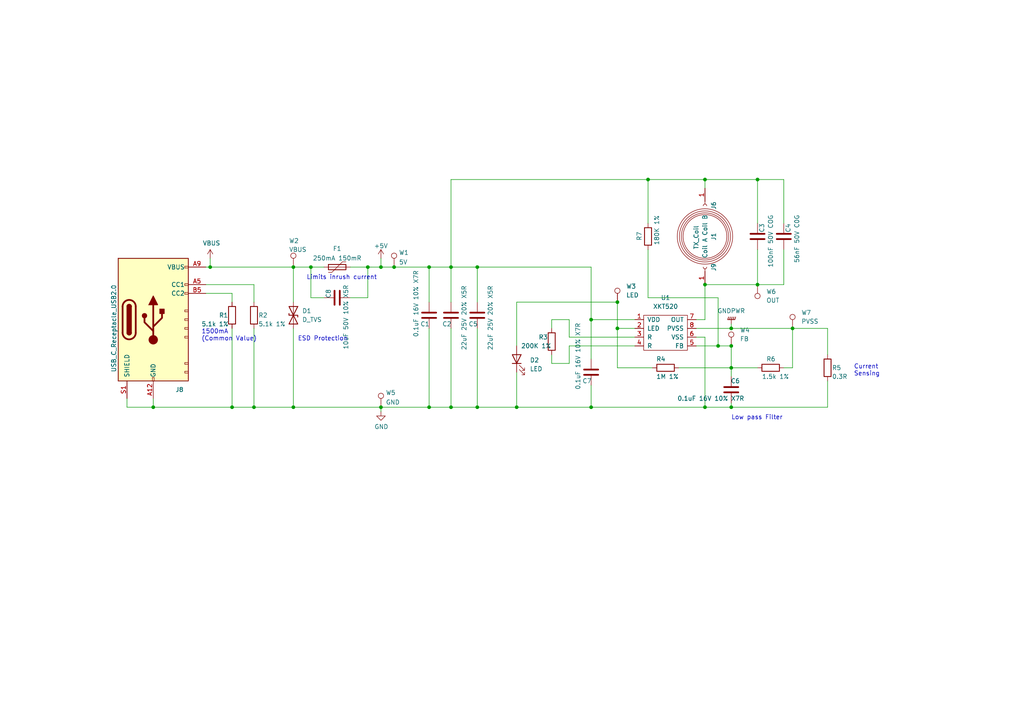
<source format=kicad_sch>
(kicad_sch (version 20211123) (generator eeschema)
  (paper "A4")
  (lib_symbols
    (symbol "Connector:Conn_01x01_Female" (pin_names (offset 1.016) hide)
      (property "Reference" "J" (at 0 2.54 0))
      (property "Value" "Conn_01x01_Female" (at 0 -2.54 0))
      (symbol "Conn_01x01_Female_1_1"
        (polyline (pts (xy -1.27 0) (xy -0.508 0)) (stroke (width 0.1524)))
        (arc (start 0 0.508) (mid -0.508 0) (end 0 -0.508) (stroke (width 0.1524)))
        (pin passive line (at -5.08 0 0) (length 3.81) (name "Pin_1") (number "1"))
      )
    )
    (symbol "Device:C" (pin_numbers hide) (pin_names (offset 0.254))
      (property "Reference" "C" (at 0.635 2.54 0))
      (property "Value" "C" (at 0.635 -2.54 0))
      (symbol "C_0_1"
        (polyline (pts (xy -2.032 -0.762) (xy 2.032 -0.762)) (stroke (width 0.508)))
        (polyline (pts (xy -2.032 0.762) (xy 2.032 0.762)) (stroke (width 0.508)))
      )
      (symbol "C_1_1"
        (pin passive line (at 0 3.81 270) (length 2.794) (name "~") (number "1"))
        (pin passive line (at 0 -3.81 90) (length 2.794) (name "~") (number "2"))
      )
    )
    (symbol "Device:D_TVS" (pin_numbers hide) (pin_names (offset 1.016) hide)
      (property "Reference" "D" (at 0 2.54 0))
      (property "Value" "D_TVS" (at 0 -2.54 0))
      (symbol "D_TVS_0_1"
        (polyline (pts (xy 1.27 0) (xy -1.27 0)))
        (polyline (pts (xy 0.508 1.27) (xy 0 1.27) (xy 0 -1.27) (xy -0.508 -1.27)) (stroke (width 0.254)))
        (polyline (pts (xy -2.54 1.27) (xy -2.54 -1.27) (xy 2.54 1.27) (xy 2.54 -1.27) (xy -2.54 1.27)) (stroke (width 0.254)))
      )
      (symbol "D_TVS_1_1"
        (pin passive line (at -3.81 0 0) (length 2.54) (name "A1") (number "1"))
        (pin passive line (at 3.81 0 180) (length 2.54) (name "A2") (number "2"))
      )
    )
    (symbol "Device:LED" (pin_numbers hide) (pin_names (offset 1.016) hide)
      (property "Reference" "D" (at 0 2.54 0))
      (property "Value" "LED" (at 0 -2.54 0))
      (symbol "LED_0_1"
        (polyline (pts (xy -1.27 -1.27) (xy -1.27 1.27)) (stroke (width 0.254)))
        (polyline (pts (xy -1.27 0) (xy 1.27 0)))
        (polyline (pts (xy 1.27 -1.27) (xy 1.27 1.27) (xy -1.27 0) (xy 1.27 -1.27)) (stroke (width 0.254)))
        (polyline (pts (xy -3.048 -0.762) (xy -4.572 -2.286) (xy -3.81 -2.286) (xy -4.572 -2.286) (xy -4.572 -1.524)))
        (polyline (pts (xy -1.778 -0.762) (xy -3.302 -2.286) (xy -2.54 -2.286) (xy -3.302 -2.286) (xy -3.302 -1.524)))
      )
      (symbol "LED_1_1"
        (pin passive line (at -3.81 0 0) (length 2.54) (name "K") (number "1"))
        (pin passive line (at 3.81 0 180) (length 2.54) (name "A") (number "2"))
      )
    )
    (symbol "Device:Polyfuse" (pin_numbers hide) (pin_names (offset 0))
      (property "Reference" "F" (at -2.54 0 90))
      (property "Value" "Polyfuse" (at 2.54 0 90))
      (symbol "Polyfuse_0_1"
        (rectangle (start -0.762 2.54) (end 0.762 -2.54) (stroke (width 0.254)))
        (polyline (pts (xy 0 2.54) (xy 0 -2.54)))
        (polyline (pts (xy -1.524 2.54) (xy -1.524 1.524) (xy 1.524 -1.524) (xy 1.524 -2.54)))
      )
      (symbol "Polyfuse_1_1"
        (pin passive line (at 0 3.81 270) (length 1.27) (name "~") (number "1"))
        (pin passive line (at 0 -3.81 90) (length 1.27) (name "~") (number "2"))
      )
    )
    (symbol "Device:R" (pin_numbers hide) (pin_names (offset 0))
      (property "Reference" "R" (at 2.032 0 90))
      (property "Value" "R" (at 0 0 90))
      (symbol "R_0_1"
        (rectangle (start -1.016 -2.54) (end 1.016 2.54) (stroke (width 0.254)))
      )
      (symbol "R_1_1"
        (pin passive line (at 0 3.81 270) (length 1.27) (name "~") (number "1"))
        (pin passive line (at 0 -3.81 90) (length 1.27) (name "~") (number "2"))
      )
    )
    (symbol "Pixels-dice:TEST_1P-conn" (pin_numbers hide) (pin_names (offset 0.762) hide)
      (property "Reference" "W" (at 0 6.858 0))
      (property "Value" "TEST_1P-conn" (at 0 5.08 0))
      (symbol "TEST_1P-conn_0_1"
        (circle (center 0 3.302) (radius 0.762))
      )
      (symbol "TEST_1P-conn_1_1"
        (pin passive line (at 0 0 90) (length 2.54) (name "1") (number "1"))
      )
    )
    (symbol "Pixels-dice:TX_Coil"
      (property "Reference" "J" (at 0 10.16 0))
      (property "Value" "TX_Coil" (at 0 -10.16 0))
      (symbol "TX_Coil_0_1"
        (circle (center 0 0) (radius 6.35))
        (circle (center 0 0) (radius 6.8392))
        (circle (center 0 0) (radius 7.4053))
        (circle (center 0 0) (radius 8.0322))
      )
    )
    (symbol "Pixels-dice:USB_C_Receptacle_USB2.0" (pin_names (offset 1.016))
      (property "Reference" "J" (at -10.16 19.05 0))
      (property "Value" "USB_C_Receptacle_USB2.0" (at 19.05 19.05 0))
      (symbol "USB_C_Receptacle_USB2.0_0_0"
        (rectangle (start -0.254 -17.78) (end 0.254 -16.764))
        (rectangle (start 10.16 -14.986) (end 9.144 -15.494))
        (rectangle (start 10.16 -12.446) (end 9.144 -12.954))
        (rectangle (start 10.16 -4.826) (end 9.144 -5.334))
        (rectangle (start 10.16 -2.286) (end 9.144 -2.794))
        (rectangle (start 10.16 0.254) (end 9.144 -0.254))
        (rectangle (start 10.16 2.794) (end 9.144 2.286))
        (rectangle (start 10.16 7.874) (end 9.144 7.366))
        (rectangle (start 10.16 10.414) (end 9.144 9.906))
        (rectangle (start 10.16 15.494) (end 9.144 14.986))
      )
      (symbol "USB_C_Receptacle_USB2.0_0_1"
        (rectangle (start -10.16 17.78) (end 10.16 -17.78) (stroke (width 0.254)) (fill (type background)))
        (arc (start -8.89 -3.81) (mid -6.985 -5.715) (end -5.08 -3.81) (stroke (width 0.508)))
        (arc (start -7.62 -3.81) (mid -6.985 -4.445) (end -6.35 -3.81) (stroke (width 0.254)))
        (arc (start -7.62 -3.81) (mid -6.985 -4.445) (end -6.35 -3.81) (stroke (width 0.254)) (fill (type outline)))
        (rectangle (start -7.62 -3.81) (end -6.35 3.81) (stroke (width 0.254)) (fill (type outline)))
        (arc (start -6.35 3.81) (mid -6.985 4.445) (end -7.62 3.81) (stroke (width 0.254)))
        (arc (start -6.35 3.81) (mid -6.985 4.445) (end -7.62 3.81) (stroke (width 0.254)) (fill (type outline)))
        (arc (start -5.08 3.81) (mid -6.985 5.715) (end -8.89 3.81) (stroke (width 0.508)))
        (circle (center -2.54 1.143) (radius 0.635) (stroke (width 0.254)) (fill (type outline)))
        (circle (center 0 -5.842) (radius 1.27) (fill (type outline)))
        (polyline (pts (xy -8.89 -3.81) (xy -8.89 3.81)) (stroke (width 0.508)))
        (polyline (pts (xy -5.08 3.81) (xy -5.08 -3.81)) (stroke (width 0.508)))
        (polyline (pts (xy 0 -5.842) (xy 0 4.318)) (stroke (width 0.508)))
        (polyline (pts (xy 0 -3.302) (xy -2.54 -0.762) (xy -2.54 0.508)) (stroke (width 0.508)))
        (polyline (pts (xy 0 -2.032) (xy 2.54 0.508) (xy 2.54 1.778)) (stroke (width 0.508)))
        (polyline (pts (xy -1.27 4.318) (xy 0 6.858) (xy 1.27 4.318) (xy -1.27 4.318)) (stroke (width 0.254)) (fill (type outline)))
        (rectangle (start 1.905 1.778) (end 3.175 3.048) (stroke (width 0.254)) (fill (type outline)))
      )
      (symbol "USB_C_Receptacle_USB2.0_1_1"
        (pin passive line (at 0 -22.86 90) (length 5.08) (name "GND") (number "A12"))
        (pin bidirectional line (at 15.24 10.16 180) (length 5.08) (name "CC1") (number "A5"))
        (pin passive line (at 15.24 15.24 180) (length 5.08) (name "VBUS") (number "A9"))
        (pin passive line (at 0 -22.86 90) (length 5.08) hide (name "GND") (number "B12"))
        (pin bidirectional line (at 15.24 7.62 180) (length 5.08) (name "CC2") (number "B5"))
        (pin passive line (at 15.24 15.24 180) (length 5.08) hide (name "VBUS") (number "B9"))
        (pin passive line (at -7.62 -22.86 90) (length 5.08) (name "SHIELD") (number "S1"))
      )
    )
    (symbol "Pixels-dice:XKT520" (pin_names (offset 1.016))
      (property "Reference" "U" (at 0 6.35 0))
      (property "Value" "XKT520" (at 0 -6.35 0))
      (symbol "XKT520_0_1"
        (rectangle (start -6.35 5.08) (end 6.35 -5.08))
      )
      (symbol "XKT520_1_1"
        (pin power_in line (at -8.89 3.81 0) (length 2.54) (name "VDD") (number "1"))
        (pin output line (at -8.89 1.27 0) (length 2.54) (name "LED") (number "2"))
        (pin passive line (at -8.89 -1.27 0) (length 2.54) (name "R") (number "3"))
        (pin passive line (at -8.89 -3.81 0) (length 2.54) (name "R") (number "4"))
        (pin input line (at 8.89 -3.81 180) (length 2.54) (name "FB") (number "5"))
        (pin power_in line (at 8.89 -1.27 180) (length 2.54) (name "VSS") (number "6"))
        (pin output line (at 8.89 3.81 180) (length 2.54) (name "OUT") (number "7"))
        (pin output line (at 8.89 1.27 180) (length 2.54) (name "PVSS") (number "8"))
      )
    )
    (symbol "power:+5V" (power) (pin_names (offset 0))
      (property "Value" "+5V" (at 0 3.556 0))
      (symbol "+5V_0_1"
        (polyline (pts (xy -0.762 1.27) (xy 0 2.54)))
        (polyline (pts (xy 0 0) (xy 0 2.54)))
        (polyline (pts (xy 0 2.54) (xy 0.762 1.27)))
      )
      (symbol "+5V_1_1"
        (pin power_in line (at 0 0 90) (length 0) hide (name "+5V") (number "1"))
      )
    )
    (symbol "power:GND" (power) (pin_names (offset 0))
      (property "Value" "GND" (at 0 -3.81 0))
      (symbol "GND_0_1"
        (polyline (pts (xy 0 0) (xy 0 -1.27) (xy 1.27 -1.27) (xy 0 -2.54) (xy -1.27 -1.27) (xy 0 -1.27)))
      )
      (symbol "GND_1_1"
        (pin power_in line (at 0 0 270) (length 0) hide (name "GND") (number "1"))
      )
    )
    (symbol "power:GNDPWR" (power) (pin_names (offset 0))
      (property "Value" "GNDPWR" (at 0 -3.302 0))
      (symbol "GNDPWR_0_1"
        (polyline (pts (xy 0 -1.27) (xy 0 0)))
        (polyline (pts (xy -1.016 -1.27) (xy -1.27 -2.032) (xy -1.27 -2.032)) (stroke (width 0.2032)))
        (polyline (pts (xy -0.508 -1.27) (xy -0.762 -2.032) (xy -0.762 -2.032)) (stroke (width 0.2032)))
        (polyline (pts (xy 0 -1.27) (xy -0.254 -2.032) (xy -0.254 -2.032)) (stroke (width 0.2032)))
        (polyline (pts (xy 0.508 -1.27) (xy 0.254 -2.032) (xy 0.254 -2.032)) (stroke (width 0.2032)))
        (polyline (pts (xy 1.016 -1.27) (xy -1.016 -1.27) (xy -1.016 -1.27)) (stroke (width 0.2032)))
        (polyline (pts (xy 1.016 -1.27) (xy 0.762 -2.032) (xy 0.762 -2.032) (xy 0.762 -2.032)) (stroke (width 0.2032)))
      )
      (symbol "GNDPWR_1_1"
        (pin power_in line (at 0 0 270) (length 0) hide (name "GNDPWR") (number "1"))
      )
    )
    (symbol "power:VBUS" (power) (pin_names (offset 0))
      (property "Value" "VBUS" (at 0 3.81 0))
      (symbol "VBUS_0_1"
        (polyline (pts (xy -0.762 1.27) (xy 0 2.54)))
        (polyline (pts (xy 0 0) (xy 0 2.54)))
        (polyline (pts (xy 0 2.54) (xy 0.762 1.27)))
      )
      (symbol "VBUS_1_1"
        (pin power_in line (at 0 0 90) (length 0) hide (name "VBUS") (number "1"))
      )
    )
  )
  (junction (at 171.45 92.71))
  (junction (at 106.68 77.47))
  (junction (at 204.47 52.07))
  (junction (at 110.49 77.47))
  (junction (at 171.45 118.11))
  (junction (at 130.81 77.47))
  (junction (at 212.09 100.33))
  (junction (at 138.43 77.47))
  (junction (at 219.71 82.55))
  (junction (at 130.81 118.11))
  (junction (at 110.49 118.11))
  (junction (at 124.46 118.11))
  (junction (at 44.45 118.11))
  (junction (at 73.66 118.11))
  (junction (at 67.31 118.11))
  (junction (at 212.09 106.68))
  (junction (at 149.86 118.11))
  (junction (at 85.09 118.11))
  (junction (at 208.28 100.33))
  (junction (at 90.17 77.47))
  (junction (at 60.96 77.47))
  (junction (at 219.71 52.07))
  (junction (at 114.3 77.47))
  (junction (at 187.96 52.07))
  (junction (at 138.43 118.11))
  (junction (at 179.07 87.63))
  (junction (at 212.09 118.11))
  (junction (at 204.47 82.55))
  (junction (at 124.46 77.47))
  (junction (at 229.87 95.25))
  (junction (at 179.07 95.25))
  (junction (at 212.09 95.25))
  (junction (at 204.47 118.11))
  (junction (at 85.09 77.47))
  (wire (pts (xy 165.1 92.71) (xy 160.02 92.71)))
  (wire (pts (xy 227.33 106.68) (xy 229.87 106.68)))
  (wire (pts (xy 212.09 93.98) (xy 212.09 95.25)))
  (wire (pts (xy 165.1 105.41) (xy 160.02 105.41)))
  (wire (pts (xy 204.47 54.61) (xy 204.47 52.07)))
  (wire (pts (xy 219.71 82.55) (xy 204.47 82.55)))
  (wire (pts (xy 212.09 106.68) (xy 212.09 109.22)))
  (wire (pts (xy 187.96 86.36) (xy 208.28 86.36)))
  (wire (pts (xy 179.07 106.68) (xy 189.23 106.68)))
  (wire (pts (xy 204.47 92.71) (xy 201.93 92.71)))
  (wire (pts (xy 212.09 95.25) (xy 229.87 95.25)))
  (wire (pts (xy 212.09 106.68) (xy 219.71 106.68)))
  (wire (pts (xy 165.1 92.71) (xy 165.1 97.79)))
  (wire (pts (xy 212.09 100.33) (xy 208.28 100.33)))
  (wire (pts (xy 196.85 106.68) (xy 212.09 106.68)))
  (wire (pts (xy 179.07 95.25) (xy 179.07 87.63)))
  (wire (pts (xy 90.17 86.36) (xy 90.17 77.47)))
  (wire (pts (xy 208.28 86.36) (xy 208.28 100.33)))
  (wire (pts (xy 73.66 118.11) (xy 85.09 118.11)))
  (wire (pts (xy 67.31 118.11) (xy 73.66 118.11)))
  (wire (pts (xy 130.81 52.07) (xy 187.96 52.07)))
  (wire (pts (xy 149.86 118.11) (xy 171.45 118.11)))
  (wire (pts (xy 130.81 77.47) (xy 138.43 77.47)))
  (wire (pts (xy 187.96 64.77) (xy 187.96 52.07)))
  (wire (pts (xy 138.43 77.47) (xy 171.45 77.47)))
  (wire (pts (xy 219.71 72.39) (xy 219.71 82.55)))
  (wire (pts (xy 219.71 52.07) (xy 204.47 52.07)))
  (wire (pts (xy 110.49 118.11) (xy 110.49 119.38)))
  (wire (pts (xy 110.49 118.11) (xy 124.46 118.11)))
  (wire (pts (xy 165.1 105.41) (xy 165.1 100.33)))
  (wire (pts (xy 219.71 52.07) (xy 219.71 64.77)))
  (wire (pts (xy 85.09 95.25) (xy 85.09 118.11)))
  (wire (pts (xy 60.96 74.93) (xy 60.96 77.47)))
  (wire (pts (xy 85.09 77.47) (xy 85.09 87.63)))
  (wire (pts (xy 130.81 77.47) (xy 130.81 87.63)))
  (wire (pts (xy 138.43 118.11) (xy 149.86 118.11)))
  (wire (pts (xy 229.87 95.25) (xy 240.03 95.25)))
  (wire (pts (xy 204.47 97.79) (xy 204.47 118.11)))
  (wire (pts (xy 101.6 86.36) (xy 106.68 86.36)))
  (wire (pts (xy 36.83 115.57) (xy 36.83 118.11)))
  (wire (pts (xy 130.81 52.07) (xy 130.81 77.47)))
  (wire (pts (xy 85.09 77.47) (xy 90.17 77.47)))
  (wire (pts (xy 106.68 86.36) (xy 106.68 77.47)))
  (wire (pts (xy 204.47 82.55) (xy 204.47 92.71)))
  (wire (pts (xy 240.03 118.11) (xy 212.09 118.11)))
  (wire (pts (xy 85.09 118.11) (xy 110.49 118.11)))
  (wire (pts (xy 171.45 92.71) (xy 171.45 104.14)))
  (wire (pts (xy 227.33 72.39) (xy 227.33 82.55)))
  (wire (pts (xy 73.66 95.25) (xy 73.66 118.11)))
  (wire (pts (xy 67.31 85.09) (xy 67.31 87.63)))
  (wire (pts (xy 227.33 82.55) (xy 219.71 82.55)))
  (wire (pts (xy 227.33 52.07) (xy 219.71 52.07)))
  (wire (pts (xy 44.45 118.11) (xy 67.31 118.11)))
  (wire (pts (xy 212.09 106.68) (xy 212.09 100.33)))
  (wire (pts (xy 179.07 95.25) (xy 184.15 95.25)))
  (wire (pts (xy 106.68 77.47) (xy 110.49 77.47)))
  (wire (pts (xy 124.46 95.25) (xy 124.46 118.11)))
  (wire (pts (xy 90.17 77.47) (xy 93.98 77.47)))
  (wire (pts (xy 138.43 95.25) (xy 138.43 118.11)))
  (wire (pts (xy 124.46 77.47) (xy 130.81 77.47)))
  (wire (pts (xy 171.45 77.47) (xy 171.45 92.71)))
  (wire (pts (xy 187.96 52.07) (xy 204.47 52.07)))
  (wire (pts (xy 130.81 95.25) (xy 130.81 118.11)))
  (wire (pts (xy 229.87 106.68) (xy 229.87 95.25)))
  (wire (pts (xy 149.86 107.95) (xy 149.86 118.11)))
  (wire (pts (xy 160.02 105.41) (xy 160.02 102.87)))
  (wire (pts (xy 110.49 74.93) (xy 110.49 77.47)))
  (wire (pts (xy 171.45 92.71) (xy 184.15 92.71)))
  (wire (pts (xy 227.33 64.77) (xy 227.33 52.07)))
  (wire (pts (xy 171.45 111.76) (xy 171.45 118.11)))
  (wire (pts (xy 160.02 92.71) (xy 160.02 95.25)))
  (wire (pts (xy 138.43 77.47) (xy 138.43 87.63)))
  (wire (pts (xy 149.86 87.63) (xy 149.86 100.33)))
  (wire (pts (xy 240.03 95.25) (xy 240.03 102.87)))
  (wire (pts (xy 114.3 77.47) (xy 124.46 77.47)))
  (wire (pts (xy 101.6 77.47) (xy 106.68 77.47)))
  (wire (pts (xy 36.83 118.11) (xy 44.45 118.11)))
  (wire (pts (xy 59.69 85.09) (xy 67.31 85.09)))
  (wire (pts (xy 73.66 82.55) (xy 73.66 87.63)))
  (wire (pts (xy 59.69 82.55) (xy 73.66 82.55)))
  (wire (pts (xy 165.1 100.33) (xy 184.15 100.33)))
  (wire (pts (xy 201.93 95.25) (xy 212.09 95.25)))
  (wire (pts (xy 240.03 110.49) (xy 240.03 118.11)))
  (wire (pts (xy 130.81 118.11) (xy 138.43 118.11)))
  (wire (pts (xy 59.69 77.47) (xy 60.96 77.47)))
  (wire (pts (xy 44.45 115.57) (xy 44.45 118.11)))
  (wire (pts (xy 110.49 77.47) (xy 114.3 77.47)))
  (wire (pts (xy 179.07 95.25) (xy 179.07 106.68)))
  (wire (pts (xy 124.46 87.63) (xy 124.46 77.47)))
  (wire (pts (xy 204.47 97.79) (xy 201.93 97.79)))
  (wire (pts (xy 204.47 118.11) (xy 212.09 118.11)))
  (wire (pts (xy 208.28 100.33) (xy 201.93 100.33)))
  (wire (pts (xy 149.86 87.63) (xy 179.07 87.63)))
  (wire (pts (xy 187.96 72.39) (xy 187.96 86.36)))
  (wire (pts (xy 67.31 95.25) (xy 67.31 118.11)))
  (wire (pts (xy 212.09 116.84) (xy 212.09 118.11)))
  (wire (pts (xy 60.96 77.47) (xy 85.09 77.47)))
  (wire (pts (xy 171.45 118.11) (xy 204.47 118.11)))
  (wire (pts (xy 165.1 97.79) (xy 184.15 97.79)))
  (wire (pts (xy 124.46 118.11) (xy 130.81 118.11)))
  (wire (pts (xy 93.98 86.36) (xy 90.17 86.36)))
  (text "ESD Protection" (at 86.36 99.06 0) (effects (font (size 1.27 1.27)) (justify left bottom)))
  (text "Current\nSensing" (at 247.65 109.22 0) (effects (font (size 1.27 1.27)) (justify left bottom)))
  (text "Low pass Filter" (at 212.09 121.92 0) (effects (font (size 1.27 1.27)) (justify left bottom)))
  (text "Limits inrush current" (at 88.9 81.28 0) (effects (font (size 1.27 1.27)) (justify left bottom)))
  (text "1500mA\n(Common Value)" (at 58.42 99.06 0) (effects (font (size 1.27 1.27)) (justify left bottom)))
  (symbol (lib_id "Pixels-dice:USB_C_Receptacle_USB2.0") (at 44.45 92.71 0) (unit 1)
    (property "Reference" "J8" (at 52.07 113.03 0))
    (property "Value" "USB_C_Receptacle_USB2.0" (at 33.02 95.25 90))
    (property "Footprint" "Pixels-dice:USB-C-SMD_10P-P1.00-L6.8-W8.9_V1.1" (effects hide))
    (property "Datasheet" "https://www.usb.org/sites/default/files/documents/usb_type-c.zip" (effects hide))
    (property "LCSC Part Number" "C283540" (effects hide))
    (property "Part Number" "TYPE-C-31-M-17" (effects hide))
    (property "Manufacturer" "Korean Hroparts Elec" (effects hide))
    (property "Pixels Part Number" "SMD-J108" (effects hide))
  )
  (symbol (lib_id "Device:C") (at 227.33 68.58 0) (mirror x) (unit 1)
    (property "Reference" "C4" (at 228.6 64.77 90) (effects (justify left)))
    (property "Value" "56nF 50V C0G" (at 231.14 62.23 90) (effects (justify left)))
    (property "Footprint" "Capacitor_SMD:C_1206_3216Metric" (effects hide))
    (property "LCSC Part Number" "C711045" (effects hide))
    (property "Part Number" "GRM31M5C1H563JA01L" (effects hide))
    (property "Manufacturer" "Murata" (effects hide))
  )
  (symbol (lib_id "Device:R") (at 73.66 91.44 180) (unit 1)
    (property "Reference" "R2" (at 74.93 91.44 0) (effects (justify right)))
    (property "Value" "5.1k 1%" (at 74.93 93.98 0) (effects (justify right)))
    (property "Footprint" "Resistor_SMD:R_0402_1005Metric" (effects hide))
    (property "LCSC Part Number" "C25905" (effects hide))
    (property "Part Number" "0402WGF5101TCE" (effects hide))
    (property "Manufacturer" "UNI-ROYAL(Uniroyal Elec)" (effects hide))
    (property "Pixels Part Number" "SMD-R101" (effects hide))
  )
  (symbol (lib_id "Device:C") (at 130.81 91.44 0) (unit 1)
    (property "Reference" "C2" (at 128.27 93.98 0) (effects (justify left)))
    (property "Value" "22uF 25V 20% X5R" (at 134.62 101.6 90) (effects (justify left)))
    (property "Footprint" "Capacitor_SMD:C_0805_2012Metric" (effects hide))
    (property "LCSC Part Number" "C86816" (effects hide))
    (property "Part Number" "GRM21BR61E226ME44L" (effects hide))
    (property "Manufacturer" "Murata" (effects hide))
  )
  (symbol (lib_id "Device:C") (at 124.46 91.44 0) (unit 1)
    (property "Reference" "C1" (at 121.92 93.98 0) (effects (justify left)))
    (property "Value" "0.1uF 16V 10% X7R" (at 120.65 97.79 90) (effects (justify left)))
    (property "Footprint" "Capacitor_SMD:C_0603_1608Metric" (effects hide))
    (property "LCSC Part Number" "C66501" (effects hide))
    (property "Part Number" "CL10B104KO8NNNC" (effects hide))
    (property "Manufacturer" "Samsung Electro-Mechanics" (effects hide))
  )
  (symbol (lib_id "Connector:Conn_01x01_Female") (at 204.47 77.47 270) (mirror x) (unit 1)
    (property "Reference" "J9" (at 207.01 78.74 0) (effects (justify left)))
    (property "Value" "Coil A" (at 204.47 74.93 0) (effects (justify left)))
    (property "Footprint" "Pixels-dice:TestPoint_Pad_D2.0mm_V1.1" (effects hide))
  )
  (symbol (lib_id "Connector:Conn_01x01_Female") (at 204.47 59.69 90) (mirror x) (unit 1)
    (property "Reference" "J6" (at 207.01 58.42 0) (effects (justify left)))
    (property "Value" "Coil B" (at 204.47 62.23 0) (effects (justify left)))
    (property "Footprint" "Pixels-dice:TestPoint_Pad_D2.0mm_V1.1" (effects hide))
  )
  (symbol (lib_id "Device:R") (at 67.31 91.44 180) (unit 1)
    (property "Reference" "R1" (at 63.5 91.44 0) (effects (justify right)))
    (property "Value" "5.1k 1%" (at 58.42 93.98 0) (effects (justify right)))
    (property "Footprint" "Resistor_SMD:R_0402_1005Metric" (effects hide))
    (property "LCSC Part Number" "C25905" (effects hide))
    (property "Part Number" "0402WGF5101TCE" (effects hide))
    (property "Manufacturer" "UNI-ROYAL(Uniroyal Elec)" (effects hide))
    (property "Pixels Part Number" "SMD-R101" (effects hide))
  )
  (symbol (lib_id "power:VBUS") (at 60.96 74.93 0) (unit 1)
    (property "Reference" "#PWR01" (effects hide))
    (property "Value" "VBUS" (at 61.341 70.5358 0))
  )
  (symbol (lib_id "Pixels-dice:TEST_1P-conn") (at 85.09 77.47 0) (unit 1)
    (property "Reference" "W2" (at 83.82 69.85 0) (effects (justify left)))
    (property "Value" "VBUS" (at 83.82 72.39 0) (effects (justify left)))
    (property "Footprint" "Pixels-dice:TEST_PIN1.5MM" (effects hide))
  )
  (symbol (lib_id "Pixels-dice:TEST_1P-conn") (at 229.87 95.25 0) (unit 1)
    (property "Reference" "W7" (at 232.41 90.6779 0) (effects (justify left)))
    (property "Value" "PVSS" (at 232.41 93.2179 0) (effects (justify left)))
    (property "Footprint" "Pixels-dice:TEST_PIN1.5MM" (effects hide))
  )
  (symbol (lib_id "Pixels-dice:TEST_1P-conn") (at 212.09 100.33 0) (unit 1)
    (property "Reference" "W4" (at 214.63 95.7579 0) (effects (justify left)))
    (property "Value" "FB" (at 214.63 98.2979 0) (effects (justify left)))
    (property "Footprint" "Pixels-dice:TEST_PIN1.5MM" (effects hide))
  )
  (symbol (lib_id "Device:LED") (at 149.86 104.14 90) (unit 1)
    (property "Reference" "D2" (at 153.67 104.4574 90) (effects (justify right)))
    (property "Value" "LED" (at 153.67 106.9974 90) (effects (justify right)))
    (property "Footprint" "LED_SMD:LED_0603_1608Metric" (effects hide))
    (property "LCSC Part Number" "C125099" (effects hide))
    (property "Manufacturer" "Lite-On" (effects hide))
    (property "Part Number" "LTST-C191KRKT" (effects hide))
  )
  (symbol (lib_id "Device:C") (at 219.71 68.58 0) (mirror x) (unit 1)
    (property "Reference" "C3" (at 220.98 64.77 90) (effects (justify left)))
    (property "Value" "100nF 50V COG" (at 223.52 62.23 90) (effects (justify left)))
    (property "Footprint" "Capacitor_SMD:C_1206_3216Metric" (effects hide))
    (property "LCSC Part Number" "C97946" (effects hide))
    (property "Part Number" "GRM31C5C1H104JA01L" (effects hide))
    (property "Manufacturer" "Murata" (effects hide))
  )
  (symbol (lib_id "power:GNDPWR") (at 212.09 93.98 180) (unit 1)
    (property "Reference" "#PWR02" (effects hide))
    (property "Value" "GNDPWR" (at 212.09 90.17 0))
  )
  (symbol (lib_id "Pixels-dice:TEST_1P-conn") (at 110.49 118.11 0) (unit 1)
    (property "Reference" "W5" (at 111.887 113.8995 0) (effects (justify left)))
    (property "Value" "GND" (at 111.887 116.6746 0) (effects (justify left)))
    (property "Footprint" "Pixels-dice:TEST_PIN1.5MM" (effects hide))
  )
  (symbol (lib_id "power:GND") (at 110.49 119.38 0) (unit 1)
    (property "Reference" "#PWR03" (effects hide))
    (property "Value" "GND" (at 110.617 123.7742 0))
  )
  (symbol (lib_id "Pixels-dice:TEST_1P-conn") (at 114.3 77.47 0) (unit 1)
    (property "Reference" "W1" (at 115.697 73.2595 0) (effects (justify left)))
    (property "Value" "5V" (at 115.697 76.0346 0) (effects (justify left)))
    (property "Footprint" "Pixels-dice:TEST_PIN1.5MM" (effects hide))
  )
  (symbol (lib_id "Device:C") (at 97.79 86.36 270) (unit 1)
    (property "Reference" "C8" (at 95.25 83.82 0) (effects (justify left)))
    (property "Value" "10uF 50V 10% X5R" (at 100.33 82.55 0) (effects (justify left)))
    (property "Footprint" "Capacitor_SMD:C_0805_2012Metric" (effects hide))
    (property "LCSC Part Number" "C440198" (effects hide))
    (property "Part Number" "GRM21BR61H106KE43L" (effects hide))
    (property "Manufacturer" "Murata" (effects hide))
  )
  (symbol (lib_id "Pixels-dice:TEST_1P-conn") (at 219.71 82.55 180) (unit 1)
    (property "Reference" "W6" (at 222.25 84.5819 0) (effects (justify right)))
    (property "Value" "OUT" (at 222.25 87.1219 0) (effects (justify right)))
    (property "Footprint" "Pixels-dice:TEST_PIN1.5MM" (effects hide))
  )
  (symbol (lib_id "Device:R") (at 223.52 106.68 90) (unit 1)
    (property "Reference" "R6" (at 222.25 104.14 90) (effects (justify right)))
    (property "Value" "1.5k 1%" (at 220.98 109.22 90) (effects (justify right)))
    (property "Footprint" "Resistor_SMD:R_0402_1005Metric" (effects hide))
    (property "LCSC Part Number" "C25867" (effects hide))
    (property "Part Number" "0402WGF1501TCE" (effects hide))
    (property "Manufacturer" "UNI-ROYAL(Uniroyal Elec)" (effects hide))
  )
  (symbol (lib_id "Device:C") (at 212.09 113.03 180) (unit 1)
    (property "Reference" "C6" (at 214.63 110.49 0) (effects (justify left)))
    (property "Value" "0.1uF 16V 10% X7R" (at 215.9 115.57 0) (effects (justify left)))
    (property "Footprint" "Capacitor_SMD:C_0603_1608Metric" (effects hide))
    (property "LCSC Part Number" "C66501" (effects hide))
    (property "Part Number" "CL10B104KO8NNNC" (effects hide))
    (property "Manufacturer" "Samsung Electro-Mechanics" (effects hide))
  )
  (symbol (lib_id "Pixels-dice:XKT520") (at 193.04 96.52 0) (unit 1)
    (property "Reference" "U1" (at 193.04 86.36 0))
    (property "Value" "XKT520" (at 193.04 88.9 0))
    (property "Footprint" "Pixels-dice:SOIC-8_3.9x4.9mm_P1.27mm" (effects hide))
  )
  (symbol (lib_id "Device:D_TVS") (at 85.09 91.44 270) (unit 1)
    (property "Reference" "D1" (at 87.63 90.1699 90) (effects (justify left)))
    (property "Value" "D_TVS" (at 87.63 92.7099 90) (effects (justify left)))
    (property "Footprint" "Pixels-dice:DFN" (effects hide))
    (property "Manufacturer" "Murata" (effects hide))
    (property "Part Number" "LXES1UTAA1-157" (effects hide))
    (property "LCSC Part Number" "C5210979" (effects hide))
  )
  (symbol (lib_id "Pixels-dice:TEST_1P-conn") (at 179.07 87.63 0) (unit 1)
    (property "Reference" "W3" (at 181.61 83.0579 0) (effects (justify left)))
    (property "Value" "LED" (at 181.61 85.5979 0) (effects (justify left)))
    (property "Footprint" "Pixels-dice:TEST_PIN1.5MM" (effects hide))
  )
  (symbol (lib_id "Device:C") (at 138.43 91.44 0) (unit 1)
    (property "Reference" "C5" (at 135.89 93.98 0) (effects (justify left)))
    (property "Value" "22uF 25V 20% X5R" (at 142.24 101.6 90) (effects (justify left)))
    (property "Footprint" "Capacitor_SMD:C_0805_2012Metric" (effects hide))
    (property "LCSC Part Number" "C86816" (effects hide))
    (property "Part Number" "GRM21BR61E226ME44L" (effects hide))
    (property "Manufacturer" "Murata" (effects hide))
  )
  (symbol (lib_id "power:+5V") (at 110.49 74.93 0) (unit 1)
    (property "Reference" "#PWR04" (effects hide))
    (property "Value" "+5V" (at 110.49 71.3255 0))
  )
  (symbol (lib_id "Device:R") (at 160.02 99.06 180) (unit 1)
    (property "Reference" "R3" (at 156.21 97.79 0) (effects (justify right)))
    (property "Value" "200K 1%" (at 151.13 100.33 0) (effects (justify right)))
    (property "Footprint" "Resistor_SMD:R_0402_1005Metric" (effects hide))
    (property "LCSC Part Number" "C25764" (effects hide))
    (property "Part Number" "0402WGF2003TCE" (effects hide))
    (property "Manufacturer" "UNI-ROYAL(Uniroyal Elec)" (effects hide))
  )
  (symbol (lib_id "Pixels-dice:TX_Coil") (at 204.47 68.58 0) (unit 1)
    (property "Reference" "J1" (at 207.01 69.85 90) (effects (justify left)))
    (property "Value" "TX_Coil" (at 201.93 72.39 90) (effects (justify left)))
    (property "Footprint" "Pixels-dice:TX Coil" (effects hide))
    (property "Pixels Part Number" "THT-TXCOIL-1" (effects hide))
  )
  (symbol (lib_id "Device:R") (at 240.03 106.68 180) (unit 1)
    (property "Reference" "R5" (at 241.3 106.68 0) (effects (justify right)))
    (property "Value" "0.3R" (at 241.3 109.22 0) (effects (justify right)))
    (property "Footprint" "Resistor_SMD:R_1206_3216Metric" (effects hide))
    (property "LCSC Part Number" "C705562" (effects hide))
    (property "Part Number" "RL1206FR-070R3L" (effects hide))
    (property "Manufacturer" "YAGEO" (effects hide))
  )
  (symbol (lib_id "Device:R") (at 187.96 68.58 180) (unit 1)
    (property "Reference" "R7" (at 185.42 69.85 90) (effects (justify right)))
    (property "Value" "180K 1%" (at 190.5 71.12 90) (effects (justify right)))
    (property "Footprint" "Resistor_SMD:R_0402_1005Metric" (effects hide))
    (property "LCSC Part Number" "C25760" (effects hide))
    (property "Part Number" "0402WGF1803TCE" (effects hide))
    (property "Manufacturer" "UNI-ROYAL(Uniroyal Elec)" (effects hide))
  )
  (symbol (lib_id "Device:R") (at 193.04 106.68 270) (unit 1)
    (property "Reference" "R4" (at 193.04 104.14 90) (effects (justify right)))
    (property "Value" "1M 1%" (at 196.85 109.22 90) (effects (justify right)))
    (property "Footprint" "Resistor_SMD:R_0402_1005Metric" (effects hide))
    (property "LCSC Part Number" "C26083" (effects hide))
    (property "Part Number" "0402WGF1004TCE" (effects hide))
    (property "Manufacturer" "UNI-ROYAL(Uniroyal Elec)" (effects hide))
  )
  (symbol (lib_id "Device:C") (at 171.45 107.95 0) (unit 1)
    (property "Reference" "C7" (at 168.91 110.49 0) (effects (justify left)))
    (property "Value" "0.1uF 16V 10% X7R" (at 167.64 113.03 90) (effects (justify left)))
    (property "Footprint" "Capacitor_SMD:C_0603_1608Metric" (effects hide))
    (property "LCSC Part Number" "C66501" (effects hide))
    (property "Part Number" "CL10B104KO8NNNC" (effects hide))
    (property "Manufacturer" "Samsung Electro-Mechanics" (effects hide))
  )
  (symbol (lib_id "Device:Polyfuse") (at 97.79 77.47 90) (unit 1)
    (property "Reference" "F1" (at 97.79 72.1065 90))
    (property "Value" "250mA 150mR" (at 97.79 74.8816 90))
    (property "Footprint" "Fuse:Fuse_1206_3216Metric" (effects hide))
    (property "Manufacturer" "BHFUSE" (effects hide))
    (property "Part Number" "BSMD1206-025-33V" (effects hide))
    (property "LCSC Part Number" "C2977524" (effects hide))
  )
)
</source>
